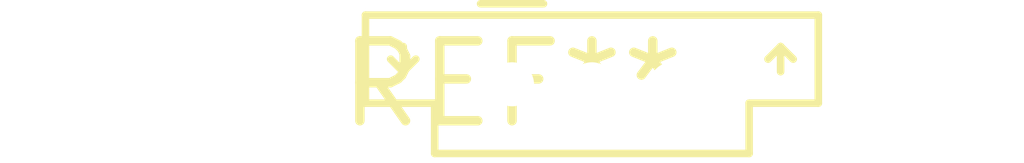
<source format=kicad_pcb>
(kicad_pcb (version 20240108) (generator pcbnew)
  (layers (0 "F.Cu" signal) (31 "B.Cu" signal) (34 "B.Paste" user) (35 "F.Paste" user) (36 "B.SilkS" user "B.Silkscreen") (37 "F.SilkS" user "F.Silkscreen") (38 "B.Mask" user) (39 "F.Mask" user) (44 "Edge.Cuts" user))
  (net 0 "")
  (footprint "Siemens_SFH900" (layer "F.Cu") (at 0 0)
    (property "Reference" "REF**")
    (property "Value" "Siemens_SFH900")
    (fp_line (start -2.33 -1.1) (end 4.87 -1.1) (layer "F.SilkS") (stroke (width 0.12)))
    (fp_line (start -2.33 0.3) (end -2.33 -1.1) (layer "F.SilkS") (stroke (width 0.12)))
    (fp_line (start -1.73 -0.6) (end -1.73 -0.2) (layer "F.SilkS") (stroke (width 0.12)))
    (fp_line (start -1.73 -0.2) (end -1.93 -0.4) (layer "F.SilkS") (stroke (width 0.12)))
    (fp_line (start -1.73 -0.2) (end -1.53 -0.4) (layer "F.SilkS") (stroke (width 0.12)))
    (fp_line (start -1.23 0.3) (end -2.33 0.3) (layer "F.SilkS") (stroke (width 0.12)))
    (fp_line (start -1.23 1.1) (end -1.23 0.3) (layer "F.SilkS") (stroke (width 0.12)))
    (fp_line (start -0.5 -1.28) (end 0.5 -1.28) (layer "F.SilkS") (stroke (width 0.12)))
    (fp_line (start 3.77 0.3) (end 3.77 1.1) (layer "F.SilkS") (stroke (width 0.12)))
    (fp_line (start 3.77 1.1) (end -1.23 1.1) (layer "F.SilkS") (stroke (width 0.12)))
    (fp_line (start 4.27 -0.6) (end 4.07 -0.4) (layer "F.SilkS") (stroke (width 0.12)))
    (fp_line (start 4.27 -0.6) (end 4.47 -0.4) (layer "F.SilkS") (stroke (width 0.12)))
    (fp_line (start 4.27 -0.2) (end 4.27 -0.6) (layer "F.SilkS") (stroke (width 0.12)))
    (fp_line (start 4.87 -1.1) (end 4.87 0.3) (layer "F.SilkS") (stroke (width 0.12)))
    (fp_line (start 4.87 0.3) (end 3.77 0.3) (layer "F.SilkS") (stroke (width 0.12)))
    (pad "1" thru_hole roundrect (at 0 0) (size 1 1.6) (drill 0.7) (layers *.Cu *.Mask) (remove_unused_layers))
    (pad "2" thru_hole oval (at 1.27 0) (size 1 1.6) (drill 0.7) (layers *.Cu *.Mask) (remove_unused_layers))
    (pad "3" thru_hole oval (at 2.54 0) (size 1 1.6) (drill 0.7) (layers *.Cu *.Mask) (remove_unused_layers))
  )
)
</source>
